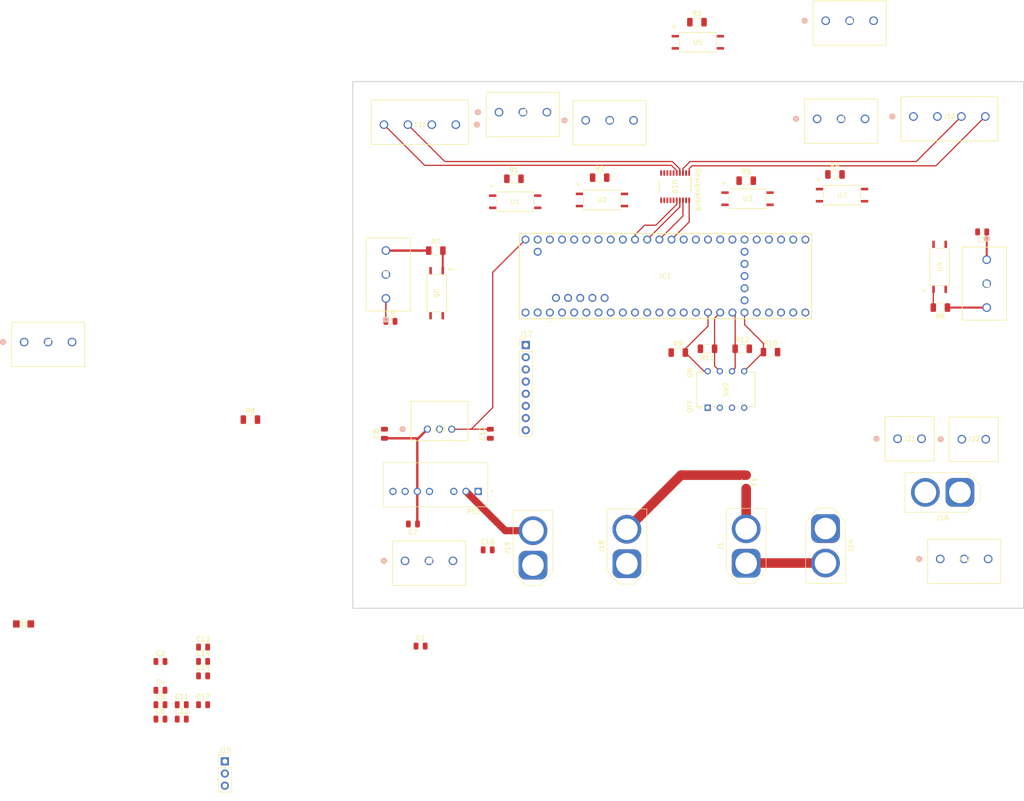
<source format=kicad_pcb>
(kicad_pcb (version 20240108) (generator "pcbnew") (generator_version "8.0")
  (layers (0 "F.Cu" signal) (31 "B.Cu" signal) (34 "B.Paste" user) (35 "F.Paste" user) (36 "B.SilkS" user "B.Silkscreen") (37 "F.SilkS" user "F.Silkscreen") (38 "B.Mask" user) (39 "F.Mask" user) (44 "Edge.Cuts" user))
  (net 0 "")
  (net 1 "+12V")
  (net 2 "GND")
  (net 3 "+5V")
  (net 4 "+3.3V")
  (net 6 "Net-(D1-A)")
  (net 7 "Net-(J1-Pin_2)")
  (net 8 "Net-(J18-Pin_2)")
  (net 9 "LN5")
  (net 10 "LN6")
  (net 11 "OM1")
  (net 12 "OM2")
  (net 13 "OM3")
  (net 14 "OM4")
  (net 15 "OM5")
  (net 16 "OM7")
  (net 17 "OM6")
  (net 18 "LN2")
  (net 19 "LN1")
  (net 20 "LN4")
  (net 21 "LN3")
  (net 22 "Start")
  (net 23 "+48V")
  (net 25 "SCL")
  (net 26 "SDA")
  (net 30 "BDC22")
  (net 31 "BDC2")
  (net 32 "BDC11")
  (net 33 "BDC1")
  (net 37 "Net-(R1-Pad2)")
  (net 38 "Net-(R2-Pad2)")
  (net 39 "Net-(R3-Pad2)")
  (net 40 "Net-(R4-Pad2)")
  (net 41 "Net-(R5-Pad2)")
  (net 42 "Net-(R6-Pad2)")
  (net 43 "Net-(R7-Pad2)")
  (net 44 "DIP4")
  (net 45 "DIP1")
  (net 46 "DIP3")
  (net 47 "DIP2")
  (net 48 "LN4A")
  (net 49 "LN1A")
  (net 50 "LN3A")
  (net 51 "LN2A")
  (net 52 "Net-(J1-Pin_1)")
  (net 61 "Dis4")
  (net 68 "Dis1")
  (net 70 "Dis2")
  (net 74 "Dis5")
  (net 85 "Dis3")
  (net 88 "Dis7")
  (net 89 "Dis6")
  (footprint "askibidi:12vConvertor" (layer "F.Cu") (at 151.76 113.7 180)
    (property "Reference" "PS1" (at -7.975 -5.635 360) (layer "F.SilkS"))
    (property "Value" "RSO-4812S_H2")
    (pad "1" thru_hole rect (at -8.9 -1.4 180) (size 1.508 1.508) (drill 1) (layers "*.Cu" "*.Mask") (net 2 "GND"))
    (pad "2" thru_hole circle (at -6.36 -1.4 180) (size 1.508 1.508) (drill 1) (layers "*.Cu" "*.Mask") (net 23 "+48V"))
    (pad "3" thru_hole circle (at -3.82 -1.4 180) (size 1.508 1.508) (drill 1) (layers "*.Cu" "*.Mask"))
    (pad "5" thru_hole circle (at 1.26 -1.4 180) (size 1.508 1.508) (drill 1) (layers "*.Cu" "*.Mask"))
    (pad "6" thru_hole circle (at 3.8 -1.4 180) (size 1.508 1.508) (drill 1) (layers "*.Cu" "*.Mask") (net 1 "+12V"))
    (pad "7" thru_hole circle (at 6.34 -1.4 180) (size 1.508 1.508) (drill 1) (layers "*.Cu" "*.Mask") (net 2 "GND"))
    (pad "8" thru_hole circle (at 8.88 -1.4 180) (size 1.508 1.508) (drill 1) (layers "*.Cu" "*.Mask"))
  )
  (footprint "Capacitor_SMD:C_1206_3216Metric" (layer "F.Cu") (at 186.027 49.56)
    (property "Reference" "R2" (at 0 -1.85 0) (layer "F.SilkS"))
    (property "Value" "500ohm")
    (pad "1" smd roundrect (at -1.475 0) (size 1.15 1.8) (layers "F.Cu" "F.Paste" "F.Mask") (roundrect_rratio 0.217391) (net 12 "OM2"))
    (pad "2" smd roundrect (at 1.475 0) (size 1.15 1.8) (layers "F.Cu" "F.Paste" "F.Mask") (roundrect_rratio 0.217391) (net 38 "Net-(R2-Pad2)"))
  )
  (footprint "askibidi:optocoupler" (layer "F.Cu") (at 152 73.700001 -90)
    (property "Reference" "U6" (at 0 0 -90) (layer "F.SilkS"))
    (property "Value" "LTV-827S")
    (fp_text user "*" (at -4.953 -2.9464 -90) (layer "F.SilkS"))
    (fp_text user "*" (at -4.953 -2.9464 90) (layer "F.SilkS"))
    (pad "1" smd rect (at -4.699 -1.27 270) (size 1.524 0.5334) (layers "F.Cu" "F.Paste" "F.Mask") (net 43 "Net-(R7-Pad2)"))
    (pad "2" smd rect (at -4.699 1.27 270) (size 1.524 0.5334) (layers "F.Cu" "F.Paste" "F.Mask") (net 2 "GND"))
    (pad "3" smd rect (at 4.699 1.27 270) (size 1.524 0.5334) (layers "F.Cu" "F.Paste" "F.Mask"))
    (pad "4" smd rect (at 4.699 -1.27 270) (size 1.524 0.5334) (layers "F.Cu" "F.Paste" "F.Mask"))
  )
  (footprint "Connector_PinHeader_2.54mm:PinHeader_1x03_P2.54mm_Vertical" (layer "F.Cu") (at 107.8 171.474999)
    (property "Reference" "J15" (at 0 -2.33 0) (layer "F.SilkS"))
    (property "Value" "Conn_01x03_Pin")
    (pad "1" thru_hole rect (at 0 0) (size 1.7 1.7) (drill 1) (layers "*.Cu" "*.Mask") (net 22 "Start"))
    (pad "2" thru_hole oval (at 0 2.54) (size 1.7 1.7) (drill 1) (layers "*.Cu" "*.Mask") (net 4 "+3.3V"))
    (pad "3" thru_hole oval (at 0 5.08) (size 1.7 1.7) (drill 1) (layers "*.Cu" "*.Mask") (net 2 "GND"))
  )
  (footprint "Capacitor_SMD:C_1206_3216Metric" (layer "F.Cu") (at 168.125 49.8)
    (property "Reference" "R1" (at 0 -1.85 0) (layer "F.SilkS"))
    (property "Value" "500ohm")
    (pad "1" smd roundrect (at -1.475 0) (size 1.15 1.8) (layers "F.Cu" "F.Paste" "F.Mask") (roundrect_rratio 0.217391) (net 11 "OM1"))
    (pad "2" smd roundrect (at 1.475 0) (size 1.15 1.8) (layers "F.Cu" "F.Paste" "F.Mask") (roundrect_rratio 0.217391) (net 37 "Net-(R1-Pad2)"))
  )
  (footprint "askibidi:optocoupler" (layer "F.Cu") (at 206.501 21.3)
    (property "Reference" "U5" (at 0 0 0) (layer "F.SilkS"))
    (property "Value" "LTV-827S")
    (fp_text user "*" (at -4.953 -2.9464 0) (layer "F.SilkS"))
    (fp_text user "*" (at -4.953 -2.9464 0) (layer "F.SilkS"))
    (pad "1" smd rect (at -4.699 -1.27) (size 1.524 0.5334) (layers "F.Cu" "F.Paste" "F.Mask") (net 39 "Net-(R3-Pad2)"))
    (pad "2" smd rect (at -4.699 1.27) (size 1.524 0.5334) (layers "F.Cu" "F.Paste" "F.Mask") (net 2 "GND"))
    (pad "3" smd rect (at 4.699 1.27) (size 1.524 0.5334) (layers "F.Cu" "F.Paste" "F.Mask"))
    (pad "4" smd rect (at 4.699 -1.27) (size 1.524 0.5334) (layers "F.Cu" "F.Paste" "F.Mask"))
  )
  (footprint "Capacitor_SMD:C_0805_2012Metric" (layer "F.Cu") (at 103.25 147.594999)
    (property "Reference" "C13" (at 0 -1.68 0) (layer "F.SilkS"))
    (property "Value" "0.1uF")
    (pad "1" smd roundrect (at -0.95 0) (size 1 1.45) (layers "F.Cu" "F.Paste" "F.Mask") (net 2 "GND"))
    (pad "2" smd roundrect (at 0.95 0) (size 1 1.45) (layers "F.Cu" "F.Paste" "F.Mask") (net 4 "+3.3V"))
  )
  (footprint "askibidi:Screwterminal2" (layer "F.Cu") (at 248.2 104.1)
    (property "Reference" "J21" (at 2.5 0 0) (layer "F.SilkS"))
    (property "Value" "Motor1")
    (pad "1" thru_hole circle (at 0 0) (size 1.8034 1.8034) (drill 1.2954) (layers "*.Cu" "*.Mask") (net 31 "BDC2"))
    (pad "2" thru_hole circle (at 5 0) (size 1.8034 1.8034) (drill 1.2954) (layers "*.Cu" "*.Mask") (net 30 "BDC22"))
  )
  (footprint "Capacitor_SMD:C_1206_3216Metric" (layer "F.Cu") (at 113.125 100.1)
    (property "Reference" "R8" (at 0 -1.85 0) (layer "F.SilkS"))
    (property "Value" "500ohm")
    (pad "1" smd roundrect (at -1.475 0) (size 1.15 1.8) (layers "F.Cu" "F.Paste" "F.Mask") (roundrect_rratio 0.217391) (net 6 "Net-(D1-A)"))
    (pad "2" smd roundrect (at 1.475 0) (size 1.15 1.8) (layers "F.Cu" "F.Paste" "F.Mask") (roundrect_rratio 0.217391) (net 3 "+5V"))
  )
  (footprint "Connector_AMASS:AMASS_XT60-F_1x02_P7.20mm_Vertical" (layer "F.Cu") (at 216.6 130.1 90)
    (property "Reference" "J1" (at 3.6 -5.3 90) (layer "F.SilkS"))
    (property "Value" "Conn_01x02_Pin")
    (pad "1" thru_hole roundrect (at 0 0 90) (size 6 6) (drill 4.5) (layers "*.Cu" "*.Mask") (net 52 "Net-(J1-Pin_1)"))
    (pad "2" thru_hole circle (at 7.2 0 90) (size 6 6) (drill 4.5) (layers "*.Cu" "*.Mask") (net 7 "Net-(J1-Pin_2)"))
  )
  (footprint "askibidi:Screwterimanl3" (layer "F.Cu") (at 141.4 74.795101 90)
    (property "Reference" "J8" (at 5 0 90) (layer "F.SilkS"))
    (property "Value" "Screw_Terminal_01x03")
    (pad "1" thru_hole circle (at 0 0 90) (size 1.8034 1.8034) (drill 1.2954) (layers "*.Cu" "*.Mask") (net 1 "+12V"))
    (pad "2" thru_hole circle (at 5 0 90) (size 1.8034 1.8034) (drill 1.2954) (layers "*.Cu" "*.Mask") (net 2 "GND"))
    (pad "3" thru_hole circle (at 10 0 90) (size 1.8034 1.8034) (drill 1.2954) (layers "*.Cu" "*.Mask") (net 16 "OM7"))
  )
  (footprint "Capacitor_SMD:C_0805_2012Metric" (layer "F.Cu") (at 141.1 103.05 90)
    (property "Reference" "C8" (at 0 -1.68 90) (layer "F.SilkS"))
    (property "Value" "0.1uF")
    (pad "1" smd roundrect (at -0.95 0 90) (size 1 1.45) (layers "F.Cu" "F.Paste" "F.Mask") (net 1 "+12V"))
    (pad "2" smd roundrect (at 0.95 0 90) (size 1 1.45) (layers "F.Cu" "F.Paste" "F.Mask") (net 2 "GND"))
  )
  (footprint "Connector_AMASS:AMASS_XT60-F_1x02_P7.20mm_Vertical" (layer "F.Cu") (at 261.2 115.3 180)
    (property "Reference" "J16" (at 3.6 -5.3 360) (layer "F.SilkS"))
    (property "Value" "Conn_01x02_Pin")
    (pad "1" thru_hole roundrect (at 0 0 180) (size 6 6) (drill 4.5) (layers "*.Cu" "*.Mask") (net 2 "GND"))
    (pad "2" thru_hole circle (at 7.2 0 180) (size 6 6) (drill 4.5) (layers "*.Cu" "*.Mask") (net 23 "+48V"))
  )
  (footprint "askibidi:5vregulator" (layer "F.Cu") (at 150.0649 102.099501)
    (property "Reference" "J13" (at 2.54 0 0) (layer "F.SilkS"))
    (property "Value" "P78E05-1000")
    (pad "1" thru_hole circle (at 0 0) (size 1.4986 1.4986) (drill 0.9906) (layers "*.Cu" "*.Mask") (net 1 "+12V"))
    (pad "2" thru_hole circle (at 2.54 0) (size 1.4986 1.4986) (drill 0.9906) (layers "*.Cu" "*.Mask") (net 2 "GND"))
    (pad "3" thru_hole circle (at 5.08 0) (size 1.4986 1.4986) (drill 0.9906) (layers "*.Cu" "*.Mask") (net 3 "+5V"))
  )
  (footprint "askibidi:Screwterimanl3" (layer "F.Cu") (at 257.1 129.2)
    (property "Reference" "J12" (at 5 0 0) (layer "F.SilkS"))
    (property "Value" "Screw_Terminal_01x03")
    (pad "1" thru_hole circle (at 0 0) (size 1.8034 1.8034) (drill 1.2954) (layers "*.Cu" "*.Mask") (net 2 "GND"))
    (pad "2" thru_hole circle (at 5 0) (size 1.8034 1.8034) (drill 1.2954) (layers "*.Cu" "*.Mask") (net 4 "+3.3V"))
    (pad "3" thru_hole circle (at 10 0) (size 1.8034 1.8034) (drill 1.2954) (layers "*.Cu" "*.Mask") (net 9 "LN5"))
  )
  (footprint "askibidi:optocoupler" (layer "F.Cu") (at 168.4 54.6)
    (property "Reference" "U1" (at 0 0 0) (layer "F.SilkS"))
    (property "Value" "LTV-827S")
    (fp_text user "*" (at -4.953 -2.9464 0) (layer "F.SilkS"))
    (fp_text user "*" (at -4.953 -2.9464 0) (layer "F.SilkS"))
    (pad "1" smd rect (at -4.699 -1.27) (size 1.524 0.5334) (layers "F.Cu" "F.Paste" "F.Mask") (net 37 "Net-(R1-Pad2)"))
    (pad "2" smd rect (at -4.699 1.27) (size 1.524 0.5334) (layers "F.Cu" "F.Paste" "F.Mask") (net 2 "GND"))
    (pad "3" smd rect (at 4.699 1.27) (size 1.524 0.5334) (layers "F.Cu" "F.Paste" "F.Mask"))
    (pad "4" smd rect (at 4.699 -1.27) (size 1.524 0.5334) (layers "F.Cu" "F.Paste" "F.Mask"))
  )
  (footprint "askibidi:LED" (layer "F.Cu") (at 65.786199 142.7683)
    (property "Reference" "D1" (at 0 0 0) (layer "F.SilkS"))
    (property "Value" "LED")
    (pad "1" smd rect (at -1.5 0) (size 1.399999 1.5) (layers "F.Cu" "F.Paste" "F.Mask") (net 2 "GND"))
    (pad "2" smd rect (at 1.5 0) (size 1.399999 1.5) (layers "F.Cu" "F.Paste" "F.Mask") (net 6 "Net-(D1-A)"))
  )
  (footprint "Connector_AMASS:AMASS_XT60-F_1x02_P7.20mm_Vertical" (layer "F.Cu") (at 191.7 130.2 90)
    (property "Reference" "J18" (at 3.6 -5.3 90) (layer "F.SilkS"))
    (property "Value" "Conn_01x02_Pin")
    (pad "1" thru_hole roundrect (at 0 0 90) (size 6 6) (drill 4.5) (layers "*.Cu" "*.Mask") (net 2 "GND"))
    (pad "2" thru_hole circle (at 7.2 0 90) (size 6 6) (drill 4.5) (layers "*.Cu" "*.Mask") (net 8 "Net-(J18-Pin_2)"))
  )
  (footprint "askibidi:Screwterimanl3" (layer "F.Cu") (at 183.1 37.6)
    (property "Reference" "J4" (at 5 0 0) (layer "F.SilkS"))
    (property "Value" "Screw_Terminal_01x03")
    (pad "1" thru_hole circle (at 0 0) (size 1.8034 1.8034) (drill 1.2954) (layers "*.Cu" "*.Mask") (net 1 "+12V"))
    (pad "2" thru_hole circle (at 5 0) (size 1.8034 1.8034) (drill 1.2954) (layers "*.Cu" "*.Mask") (net 2 "GND"))
    (pad "3" thru_hole circle (at 10 0) (size 1.8034 1.8034) (drill 1.2954) (layers "*.Cu" "*.Mask") (net 12 "OM2"))
  )
  (footprint "Capacitor_SMD:C_0805_2012Metric" (layer "F.Cu") (at 142.35 79.581101)
    (property "Reference" "C9" (at 0 -1.68 0) (layer "F.SilkS"))
    (property "Value" "0.1uF")
    (pad "1" smd roundrect (at -0.95 0) (size 1 1.45) (layers "F.Cu" "F.Paste" "F.Mask") (net 1 "+12V"))
    (pad "2" smd roundrect (at 0.95 0) (size 1 1.45) (layers "F.Cu" "F.Paste" "F.Mask") (net 2 "GND"))
  )
  (footprint "askibidi:AnotherTeensy" (layer "F.Cu") (at 175.62 77.74)
    (property "Reference" "IC1" (at 24.13 -7.62 0) (layer "F.SilkS"))
    (property "Value" "TEENSY_4.1")
    (pad "1" thru_hole circle (at 0 0) (size 1.665 1.665) (drill 1.11) (layers "*.Cu" "*.Mask"))
    (pad "2" thru_hole circle (at 2.54 0) (size 1.665 1.665) (drill 1.11) (layers "*.Cu" "*.Mask") (net 68 "Dis1"))
    (pad "3" thru_hole circle (at 5.08 0) (size 1.665 1.665) (drill 1.11) (layers "*.Cu" "*.Mask") (net 70 "Dis2"))
    (pad "4" thru_hole circle (at 7.62 0) (size 1.665 1.665) (drill 1.11) (layers "*.Cu" "*.Mask") (net 85 "Dis3"))
    (pad "5" thru_hole circle (at 10.16 0) (size 1.665 1.665) (drill 1.11) (layers "*.Cu" "*.Mask") (net 61 "Dis4"))
    (pad "6" thru_hole circle (at 12.7 0) (size 1.665 1.665) (drill 1.11) (layers "*.Cu" "*.Mask") (net 74 "Dis5"))
    (pad "7" thru_hole circle (at 15.24 0) (size 1.665 1.665) (drill 1.11) (layers "*.Cu" "*.Mask"))
    (pad "8" thru_hole circle (at 17.78 0) (size 1.665 1.665) (drill 1.11) (layers "*.Cu" "*.Mask"))
    (pad "9" thru_hole circle (at 20.32 0) (size 1.665 1.665) (drill 1.11) (layers "*.Cu" "*.Mask") (net 89 "Dis6"))
    (pad "10" thru_hole circle (at 22.86 0) (size 1.665 1.665) (drill 1.11) (layers "*.Cu" "*.Mask") (net 88 "Dis7"))
    (pad "11" thru_hole circle (at 25.4 0) (size 1.665 1.665) (drill 1.11) (layers "*.Cu" "*.Mask") (net 33 "BDC1"))
    (pad "12" thru_hole circle (at 27.94 0) (size 1.665 1.665) (drill 1.11) (layers "*.Cu" "*.Mask") (net 32 "BDC11"))
    (pad "13" thru_hole circle (at 27.94 -15.24) (size 1.665 1.665) (drill 1.11) (layers "*.Cu" "*.Mask") (net 22 "Start"))
    (pad "14" thru_hole circle (at 25.4 -15.24) (size 1.665 1.665) (drill 1.11) (layers "*.Cu" "*.Mask") (net 49 "LN1A"))
    (pad "15" thru_hole circle (at 22.86 -15.24) (size 1.665 1.665) (drill 1.11) (layers "*.Cu" "*.Mask") (net 51 "LN2A"))
    (pad "16" thru_hole circle (at 20.32 -15.24) (size 1.665 1.665) (drill 1.11) (layers "*.Cu" "*.Mask") (net 50 "LN3A"))
    (pad "17" thru_hole circle (at 17.78 -15.24) (size 1.665 1.665) (drill 1.11) (layers "*.Cu" "*.Mask") (net 48 "LN4A"))
    (pad "18" thru_hole circle (at 15.24 -15.24) (size 1.665 1.665) (drill 1.11) (layers "*.Cu" "*.Mask") (net 9 "LN5"))
    (pad "19" thru_hole circle (at 12.7 -15.24) (size 1.665 1.665) (drill 1.11) (layers "*.Cu" "*.Mask") (net 10 "LN6"))
    (pad "20" thru_hole circle (at 10.16 -15.24) (size 1.665 1.665) (drill 1.11) (layers "*.Cu" "*.Mask"))
    (pad "21" thru_hole circle (at 7.62 -15.24) (size 1.665 1.665) (drill 1.11) (layers "*.Cu" "*.Mask"))
    (pad "22" thru_hole circle (at 5.08 -15.24) (size 1.665 1.665) (drill 1.11) (layers "*.Cu" "*.Mask") (net 26 "SDA"))
    (pad "23" thru_hole circle (at 2.54 -15.24) (size 1.665 1.665) (drill 1.11) (layers "*.Cu" "*.Mask") (net 25 "SCL"))
    (pad "24" thru_hole circle (at 33.02 0) (size 1.665 1.665) (drill 1.11) (layers "*.Cu" "*.Mask") (net 45 "DIP1"))
    (pad "25" thru_hole circle (at 35.56 0) (size 1.665 1.665) (drill 1.11) (layers "*.Cu" "*.Mask") (net 47 "DIP2"))
    (pad "26" thru_hole circle (at 38.1 0) (size 1.665 1.665) (drill 1.11) (layers "*.Cu" "*.Mask") (net 46 "DIP3"))
    (pad "27" thru_hole circle (at 40.64 0) (size 1.665 1.665) (drill 1.11) (layers "*.Cu" "*.Mask") (net 44 "DIP4"))
    (pad "28" thru_hole circle (at 43.18 0) (size 1.665 1.665) (drill 1.11) (layers "*.Cu" "*.Mask"))
    (pad "29" thru_hole circle (at 45.72 0) (size 1.665 1.665) (drill 1.11) (layers "*.Cu" "*.Mask"))
    (pad "30" thru_hole circle (at 48.26 0) (size 1.665 1.665) (drill 1.11) (layers "*.Cu" "*.Mask"))
    (pad "31" thru_hole circle (at 50.8 0) (size 1.665 1.665) (drill 1.11) (layers "*.Cu" "*.Mask"))
    (pad "32" thru_hole circle (at 53.34 0) (size 1.665 1.665) (drill 1.11) (layers "*.Cu" "*.Mask"))
    (pad "33" thru_hole circle (at 53.34 -15.24) (size 1.665 1.665) (drill 1.11) (layers "*.Cu" "*.Mask"))
    (pad "34" thru_hole circle (at 50.8 -15.24) (size 1.665 1.665) (drill 1.11) (layers "*.Cu" "*.Mask"))
    (pad "35" thru_hole circle (at 48.26 -15.24) (size 1.665 1.665) (drill 1.11) (layers "*.Cu" "*.Mask"))
    (pad "36" thru_hole circle (at 45.72 -15.24) (size 1.665 1.665) (drill 1.11) (layers "*.Cu" "*.Mask") (net 30 "BDC22"))
    (pad "37" thru_hole circle (at 43.18 -15.24) (size 1.665 1.665) (drill 1.11) (layers "*.Cu" "*.Mask") (net 31 "BDC2"))
    (pad "38" thru_hole circle (at 40.64 -15.24) (size 1.665 1.665) (drill 1.11) (layers "*.Cu" "*.Mask"))
    (pad "39" thru_hole circle (at 38.1 -15.24) (size 1.665 1.665) (drill 1.11) (layers "*.Cu" "*.Mask"))
    (pad "40" thru_hole circle (at 35.56 -15.24) (size 1.665 1.665) (drill 1.11) (layers "*.Cu" "*.Mask"))
    (pad "41" thru_hole circle (at 33.02 -15.24) (size 1.665 1.665) (drill 1.11) (layers "*.Cu" "*.Mask"))
    (pad "42" thru_hole circle (at 30.48 0) (size 1.665 1.665) (drill 1.11) (layers "*.Cu" "*.Mask"))
    (pad "43" thru_hole circle (at 40.64 -2.54) (size 1.665 1.665) (drill 1.11) (layers "*.Cu" "*.Mask"))
    (pad "44" thru_hole circle (at 40.64 -5.08) (size 1.665 1.665) (drill 1.11) (layers "*.Cu" "*.Mask"))
    (pad "45" thru_hole circle (at 40.64 -7.62) (size 1.665 1.665) (drill 1.11) (layers "*.Cu" "*.Mask"))
    (pad "46" thru_hole circle (at 40.64 -10.16) (size 1.665 1.665) (drill 1.11) (layers "*.Cu" "*.Mask"))
    (pad "47" thru_hole circle (at 40.64 -12.7) (size 1.665 1.665) (drill 1.11) (layers "*.Cu" "*.Mask"))
    (pad "48" thru_hole circle (at 11.43 -3.05) (size 1.665 1.665) (drill 1.11) (layers "*.Cu" "*.Mask"))
    (pad "49" thru_hole circle (at 8.89 -3.05) (size 1.665 1.665) (drill 1.11) (layers "*.Cu" "*.Mask"))
    (pad "50" thru_hole circle (at 6.35 -3.05) (size 1.665 1.665) (drill 1.11) (layers "*.Cu" "*.Mask"))
    (pad "51" thru_hole circle (at 3.81 -3.05) (size 1.665 1.665) (drill 1.11) (layers "*.Cu" "*.Mask"))
    (pad "52" thru_hole circle (at 1.27 -3.05) (size 1.665 1.665) (drill 1.11) (layers "*.Cu" "*.Mask"))
    (pad "53" thru_hole circle (at 0 -15.24) (size 1.665 1.665) (drill 1.11) (layers "*.Cu" "*.Mask") (net 4 "+3.3V"))
    (pad "55" thru_hole circle (at -5.08 -15.24) (size 1.665 1.665) (drill 1.11) (layers "*.Cu" "*.Mask") (net 3 "+5V"))
    (pad "57" thru_hole circle (at -2.54 0) (size 1.665 1.665) (drill 1.11) (layers "*.Cu" "*.Mask"))
    (pad "68" thru_hole circle (at -2.54 -12.7) (size 1.665 1.665) (drill 1.11) (layers "*.Cu" "*.Mask"))
    (pad "69" thru_hole circle (at 30.48 -15.24) (size 1.665 1.665) (drill 1.11) (layers "*.Cu" "*.Mask"))
    (pad "70" thru_hole circle (at -2.54 -15.24) (size 1.665 1.665) (drill 1.11) (layers "*.Cu" "*.Mask"))
    (pad "71" thru_hole circle (at -5.08 0) (size 1.665 1.665) (drill 1.11) (layers "*.Cu" "*.Mask"))
  )
  (footprint "Connector_AMASS:AMASS_XT60-F_1x02_P7.20mm_Vertical" (layer "F.Cu") (at 233.15 122.85 -90)
    (property "Reference" "J14" (at 3.6 -5.3 90) (layer "F.SilkS"))
    (property "Value" "Conn_01x02_Pin")
    (pad "1" thru_hole roundrect (at 0 0 270) (size 6 6) (drill 4.5) (layers "*.Cu" "*.Mask") (net 2 "GND"))
    (pad "2" thru_hole circle (at 7.2 0 270) (size 6 6) (drill 4.5) (layers "*.Cu" "*.Mask") (net 52 "Net-(J1-Pin_1)"))
  )
  (footprint "Capacitor_SMD:C_0805_2012Metric" (layer "F.Cu") (at 265.85 60.9 180)
    (property "Reference" "C3" (at 0 -1.68 360) (layer "F.SilkS"))
    (property "Value" "0.1uF")
    (pad "1" smd roundrect (at -0.95 0 180) (size 1 1.45) (layers "F.Cu" "F.Paste" "F.Mask") (net 1 "+12V"))
    (pad "2" smd roundrect (at 0.95 0 180) (size 1 1.45) (layers "F.Cu" "F.Paste" "F.Mask") (net 2 "GND"))
  )
  (footprint "Capacitor_SMD:C_0805_2012Metric" (layer "F.Cu") (at 147.05 121.9 180)
    (property "Reference" "C7" (at 0 -1.68 360) (layer "F.SilkS"))
    (property "Value" "0.1uF")
    (pad "1" smd roundrect (at -0.95 0 180) (size 1 1.45) (layers "F.Cu" "F.Paste" "F.Mask") (net 1 "+12V"))
    (pad "2" smd roundrect (at 0.95 0 180) (size 1 1.45) (layers "F.Cu" "F.Paste" "F.Mask") (net 2 "GND"))
  )
  (footprint "askibidi:optocoupler" (layer "F.Cu") (at 236.601 53.23)
    (property "Reference" "U7" (at 0 0 0) (layer "F.SilkS"))
    (property "Value" "LTV-827S")
    (fp_text user "*" (at -4.953 -2.9464 0) (layer "F.SilkS"))
    (fp_text user "*" (at -4.953 -2.9464 0) (layer "F.SilkS"))
    (pad "1" smd rect (at -4.699 -1.27) (size 1.524 0.5334) (layers "F.Cu" "F.Paste" "F.Mask") (net 40 "Net-(R4-Pad2)"))
    (pad "2" smd rect (at -4.699 1.27) (size 1.524 0.5334) (layers "F.Cu" "F.Paste" "F.Mask") (net 2 "GND"))
    (pad "3" smd rect (at 4.699 1.27) (size 1.524 0.5334) (layers "F.Cu" "F.Paste" "F.Mask"))
    (pad "4" smd rect (at 4.699 -1.27) (size 1.524 0.5334) (layers "F.Cu" "F.Paste" "F.Mask"))
  )
  (footprint "Capacitor_SMD:C_0805_2012Metric" (layer "F.Cu") (at 98.8 159.634999)
    (property "Reference" "C11" (at 0 -1.68 0) (layer "F.SilkS"))
    (property "Value" "0.1uF")
    (pad "1" smd roundrect (at -0.95 0) (size 1 1.45) (layers "F.Cu" "F.Paste" "F.Mask") (net 2 "GND"))
    (pad "2" smd roundrect (at 0.95 0) (size 1 1.45) (layers "F.Cu" "F.Paste" "F.Mask") (net 3 "+5V"))
  )
  (footprint "askibidi:Screwterimanl3" (layer "F.Cu") (at 145.4 129.6)
    (property "Reference" "J2" (at 5 0 0) (layer "F.SilkS"))
    (property "Value" "Screw_Terminal_01x03")
    (pad "1" thru_hole circle (at 0 0) (size 1.8034 1.8034) (drill 1.2954) (layers "*.Cu" "*.Mask") (net 2 "GND"))
    (pad "2" thru_hole circle (at 5 0) (size 1.8034 1.8034) (drill 1.2954) (layers "*.Cu" "*.Mask") (net 4 "+3.3V"))
    (pad "3" thru_hole circle (at 10 0) (size 1.8034 1.8034) (drill 1.2954) (layers "*.Cu" "*.Mask") (net 10 "LN6"))
  )
  (footprint "askibidi:optocoupler" (layer "F.Cu") (at 186.501 54.23)
    (property "Reference" "U2" (at 0 0 0) (layer "F.SilkS"))
    (property "Value" "LTV-827S")
    (fp_text user "*" (at -4.953 -2.9464 0) (layer "F.SilkS"))
    (fp_text user "*" (at -4.953 -2.9464 0) (layer "F.SilkS"))
    (pad "1" smd rect (at -4.699 -1.27) (size 1.524 0.5334) (layers "F.Cu" "F.Paste" "F.Mask") (net 38 "Net-(R2-Pad2)"))
    (pad "2" smd rect (at -4.699 1.27) (size 1.524 0.5334) (layers "F.Cu" "F.Paste" "F.Mask") (net 2 "GND"))
    (pad "3" smd rect (at 4.699 1.27) (size 1.524 0.5334) (layers "F.Cu" "F.Paste" "F.Mask"))
    (pad "4" smd rect (at 4.699 -1.27) (size 1.524 0.5334) (layers "F.Cu" "F.Paste" "F.Mask"))
  )
  (footprint "Capacitor_SMD:C_0805_2012Metric" (layer "F.Cu") (at 103.25 153.614999)
    (property "Reference" "C15" (at 0 -1.68 0) (layer "F.SilkS"))
    (property "Value" "0.1uF")
    (pad "1" smd roundrect (at -0.95 0) (size 1 1.45) (layers "F.Cu" "F.Paste" "F.Mask") (net 2 "GND"))
    (pad "2" smd roundrect (at 0.95 0) (size 1 1.45) (layers "F.Cu" "F.Paste" "F.Mask") (net 4 "+3.3V"))
  )
  (footprint "askibidi:Screwterimanl3" (layer "F.Cu") (at 231.4 37.3)
    (property "Reference" "J6" (at 5 0 0) (layer "F.SilkS"))
    (property "Value" "Screw_Terminal_01x03")
    (pad "1" thru_hole circle (at 0 0) (size 1.8034 1.8034) (drill 1.2954) (layers "*.Cu" "*.Mask") (net 1 "+12V"))
    (pad "2" thru_hole circle (at 5 0) (size 1.8034 1.8034) (drill 1.2954) (layers "*.Cu" "*.Mask") (net 2 "GND"))
    (pad "3" thru_hole circle (at 10 0) (size 1.8034 1.8034) (drill 1.2954) (layers "*.Cu" "*.Mask") (net 14 "OM4"))
  )
  (footprint "askibidi:Screwterimal4" (layer "F.Cu") (at 251.5049 36.8)
    (property "Reference" "J10" (at 7.5 0 0) (layer "F.SilkS"))
    (property "Value" "Screw_Terminal_01x04")
    (pad "1" thru_hole circle (at 0 0) (size 1.8034 1.8034) (drill 1.2954) (layers "*.Cu" "*.Mask") (net 2 "GND"))
    (pad "2" thru_hole circle (at 5 0) (size 1.8034 1.8034) (drill 1.2954) (layers "*.Cu" "*.Mask") (net 3 "+5V"))
    (pad "3" thru_hole circle (at 10 0) (size 1.8034 1.8034) (drill 1.2954) (layers "*.Cu" "*.Mask") (net 18 "LN2"))
    (pad "4" thru_hole circle (at 15.000001 0) (size 1.8034 1.8034) (drill 1.2954) (layers "*.Cu" "*.Mask") (net 19 "LN1"))
  )
  (footprint "Capacitor_SMD:C_0805_2012Metric" (layer "F.Cu") (at 148.65 147.4)
    (property "Reference" "C1" (at 0 -1.68 0) (layer "F.SilkS"))
    (property "Value" "10uF")
    (pad "1" smd roundrect (at -0.95 0) (size 1 1.45) (layers "F.Cu" "F.Paste" "F.Mask") (net 2 "GND"))
    (pad "2" smd roundrect (at 0.95 0) (size 1 1.45) (layers "F.Cu" "F.Paste" "F.Mask") (net 1 "+12V"))
  )
  (footprint "Capacitor_SMD:C_0805_2012Metric" (layer "F.Cu") (at 94.35 159.634999)
    (property "Reference" "C5" (at 0 -1.68 0) (layer "F.SilkS"))
    (property "Value" "0.1uF")
    (pad "1" smd roundrect (at -0.95 0) (size 1 1.45) (layers "F.Cu" "F.Paste" "F.Mask") (net 1 "+12V"))
    (pad "2" smd roundrect (at 0.95 0) (size 1 1.45) (layers "F.Cu" "F.Paste" "F.Mask") (net 2 "GND"))
  )
  (footprint "askibidi:levelshifter" (layer "F.Cu") (at 201.775 51.449999 -90)
    (property "Reference" "U10" (at 0 0 -90) (layer "F.SilkS"))
    (property "Value" "TXB0108PWR")
    (fp_text user "Designator9" (at 0.650001 -4.825 -90) (layer "F.SilkS"))
    (pad "1" smd oval (at -2.849999 -2.925) (size 0.399999 1.2) (layers "F.Cu" "F.Paste" "F.Mask") (net 19 "LN1"))
    (pad "2" smd oval (at -2.849999 -2.274999) (size 0.399999 1.2) (layers "F.Cu" "F.Paste" "F.Mask") (net 3 "+5V"))
    (pad "3" smd oval (at -2.849999 -1.625001) (size 0.399999 1.2) (layers "F.Cu" "F.Paste" "F.Mask") (net 18 "LN2"))
    (pad "4" smd oval (at -2.849999 -0.974999) (size 0.399999 1.2) (layers "F.Cu" "F.Paste" "F.Mask") (net 21 "LN3"))
    (pad "5" smd oval (at -2.849999 -0.325001) (size 0.399999 1.2) (layers "F.Cu" "F.Paste" "F.Mask") (net 20 "LN4"))
    (pad "6" smd oval (at -2.849999 0.325001) (size 0.399999 1.2) (layers "F.Cu" "F.Paste" "F.Mask"))
    (pad "7" smd oval (at -2.849999 0.974999) (size 0.399999 1.2) (layers "F.Cu" "F.Paste" "F.Mask"))
    (pad "8" smd oval (at -2.849999 1.625001) (size 0.399999 1.2) (layers "F.Cu" "F.Paste" "F.Mask"))
    (pad "9" smd oval (at -2.849999 2.274999) (size 0.399999 1.2) (layers "F.Cu" "F.Paste" "F.Mask"))
    (pad "10" smd oval (at -2.849999 2.925) (size 0.399999 1.2) (layers "F.Cu" "F.Paste" "F.Mask") (net 3 "+5V"))
    (pad "11" smd oval (at 2.849999 2.925) (size 0.399999 1.2) (layers "F.Cu" "F.Paste" "F.Mask") (net 2 "GND"))
    (pad "12" smd oval (at 2.849999 2.274999) (size 0.399999 1.2) (layers "F.Cu" "F.Paste" "F.Mask"))
    (pad "13" smd oval (at 2.849999 1.625001) (size 0.399999 1.2) (layers "F.Cu" "F.Paste" "F.Mask"))
    (pad "14" smd oval (at 2.849999 0.974999) (size 0.399999 1.2) (layers "F.Cu" "F.Paste" "F.Mask"))
    (pad "15" smd oval (at 2.849999 0.325001) (size 0.399999 1.2) (layers "F.Cu" "F.Paste" "F.Mask"))
    (pad "16" smd oval (at 2.849999 -0.325001) (size 0.399999 1.2) (layers "F.Cu" "F.Paste" "F.Mask") (net 48 "LN4A"))
    (pad "17" smd oval (at 2.849999 -0.974999) (size 0.399999 1.2) (layers "F.Cu" "F.Paste" "F.Mask") (net 50 "LN3A"))
    (pad "18" smd oval (at 2.849999 -1.625001) (size 0.399999 1.2) (layers "F.Cu" "F.Paste" "F.Mask") (net 51 "LN2A"))
    (pad "19" smd oval (at 2.849999 -2.274999) (size 0.399999 1.2) (layers "F.Cu" "F.Paste" "F.Mask") (net 4 "+3.3V"))
    (pad "20" smd oval (at 2.849999 -2.925) (size 0.399999 1.2) (layers "F.Cu" "F.Paste" "F.Mask") (net 49 "LN1A"))
  )
  (footprint "Capacitor_SMD:C_0805_2012Metric" (layer "F.Cu") (at 98.8 162.644999)
    (property "Reference" "C12" (at 0 -1.68 0) (layer "F.SilkS"))
    (property "Value" "0.1uF")
    (pad "1" smd roundrect (at -0.95 0) (size 1 1.45) (layers "F.Cu" "F.Paste" "F.Mask") (net 2 "GND"))
    (pad "2" smd roundrect (at 0.95 0) (size 1 1.45) (layers "F.Cu" "F.Paste" "F.Mask") (net 4 "+3.3V"))
  )
  (footprint "askibidi:Screwterimanl3" (layer "F.Cu") (at 233.2 16.8)
    (property "Reference" "J5" (at 5 0 0) (layer "F.SilkS"))
    (property "Value" "Screw_Terminal_01x03")
    (pad "1" thru_hole circle (at 0 0) (size 1.8034 1.8034) (drill 1.2954) (layers "*.Cu" "*.Mask") (net 1 "+12V"))
    (pad "2" thru_hole circle (at 5 0) (size 1.8034 1.8034) (drill 1.2954) (layers "*.Cu" "*.Mask") (net 2 "GND"))
    (pad "3" thru_hole circle (at 10 0) (size 1.8034 1.8034) (drill 1.2954) (layers "*.Cu" "*.Mask") (net 13 "OM3"))
  )
  (footprint "askibidi:Screwterimanl3" (layer "F.Cu") (at 266.8 66.7 -90)
    (property "Reference" "J9" (at 5 0 -90) (layer "F.SilkS"))
    (property "Value" "Screw_Terminal_01x03")
    (pad "1" thru_hole circle (at 0 0 270) (size 1.8034 1.8034) (drill 1.2954) (layers "*.Cu" "*.Mask") (net 1 "+12V"))
    (pad "2" thru_hole circle (at 5 0 270) (size 1.8034 1.8034) (drill 1.2954) (layers "*.Cu" "*.Mask") (net 2 "GND"))
    (pad "3" thru_hole circle (at 10 0 270) (size 1.8034 1.8034) (drill 1.2954) (layers "*.Cu" "*.Mask") (net 17 "OM6"))
  )
  (footprint "Capacitor_SMD:C_1206_3216Metric" (layer "F.Cu") (at 208.525 85.3 180)
    (property "Reference" "R11" (at 0 -1.85 360) (layer "F.SilkS"))
    (property "Value" "10k")
    (pad "1" smd roundrect (at -1.475 0 180) (size 1.15 1.8) (layers "F.Cu" "F.Paste" "F.Mask") (roundrect_rratio 0.217391) (net 47 "DIP2"))
    (pad "2" smd roundrect (at 1.475 0 180) (size 1.15 1.8) (layers "F.Cu" "F.Paste" "F.Mask") (roundrect_rratio 0.217391) (net 2 "GND"))
  )
  (footprint "Capacitor_SMD:C_0805_2012Metric" (layer "F.Cu") (at 162.65 127.3)
    (property "Reference" "C16" (at 0 -1.68 0) (layer "F.SilkS"))
    (property "Value" "10uF")
    (pad "1" smd roundrect (at -0.95 0) (size 1 1.45) (layers "F.Cu" "F.Paste" "F.Mask") (net 2 "GND"))
    (pad "2" smd roundrect (at 0.95 0) (size 1 1.45) (layers "F.Cu" "F.Paste" "F.Mask"))
  )
  (footprint "askibidi:optocoupler" (layer "F.Cu") (at 216.876 53.97)
    (property "Reference" "U3" (at 0 0 0) (layer "F.SilkS"))
    (property "Value" "LTV-827S")
    (fp_text user "*" (at -4.953 -2.9464 0) (layer "F.SilkS"))
    (fp_text user "*" (at -4.953 -2.9464 0) (layer "F.SilkS"))
    (pad "1" smd rect (at -4.699 -1.27) (size 1.524 0.5334) (layers "F.Cu" "F.Paste" "F.Mask") (net 41 "Net-(R5-Pad2)"))
    (pad "2" smd rect (at -4.699 1.27) (size 1.524 0.5334) (layers "F.Cu" "F.Paste" "F.Mask") (net 2 "GND"))
    (pad "3" smd rect (at 4.699 1.27) (size 1.524 0.5334) (layers "F.Cu" "F.Paste" "F.Mask"))
    (pad "4" smd rect (at 4.699 -1.27) (size 1.524 0.5334) (layers "F.Cu" "F.Paste" "F.Mask"))
  )
  (footprint "Capacitor_SMD:C_0805_2012Metric" (layer "F.Cu") (at 103.25 159.634999)
    (property "Reference" "C17" (at 0 -1.68 0) (layer "F.SilkS"))
    (property "Value" "22uF")
    (pad "1" smd roundrect (at -0.95 0) (size 1 1.45) (layers "F.Cu" "F.Paste" "F.Mask") (net 1 "+12V"))
    (pad "2" smd roundrect (at 0.95 0) (size 1 1.45) (layers "F.Cu" "F.Paste" "F.Mask") (net 2 "GND"))
  )
  (footprint "Capacitor_SMD:C_1206_3216Metric" (layer "F.Cu") (at 235.125 48.9)
    (property "Reference" "R4" (at 0 -1.85 0) (layer "F.SilkS"))
    (property "Value" "500ohm")
    (pad "1" smd roundrect (at -1.475 0) (size 1.15 1.8) (layers "F.Cu" "F.Paste" "F.Mask") (roundrect_rratio 0.217391) (net 14 "OM4"))
    (pad "2" smd roundrect (at 1.475 0) (size 1.15 1.8) (layers "F.Cu" "F.Paste" "F.Mask") (roundrect_rratio 0.217391) (net 40 "Net-(R4-Pad2)"))
  )
  (footprint "Capacitor_SMD:C_1206_3216Metric" (layer "F.Cu") (at 202.425 86.1)
    (property "Reference" "R9" (at 0 -1.85 360) (layer "F.SilkS"))
    (property "Value" "10k")
    (pad "1" smd roundrect (at -1.475 0) (size 1.15 1.8) (layers "F.Cu" "F.Paste" "F.Mask") (roundrect_rratio 0.217391) (net 2 "GND"))
    (pad "2" smd roundrect (at 1.475 0) (size 1.15 1.8) (layers "F.Cu" "F.Paste" "F.Mask") (roundrect_rratio 0.217391) (net 45 "DIP1"))
  )
  (footprint "Capacitor_SMD:C_1206_3216Metric" (layer "F.Cu") (at 215.775 85.3)
    (property "Reference" "R12" (at 0 -1.85 360) (layer "F.SilkS"))
    (property "Value" "10k")
    (pad "1" smd roundrect (at -1.475 0) (size 1.15 1.8) (layers "F.Cu" "F.Paste" "F.Mask") (roundrect_rratio 0.217391) (net 46 "DIP3"))
    (pad "2" smd roundrect (at 1.475 0) (size 1.15 1.8) (layers "F.Cu" "F.Paste" "F.Mask") (roundrect_rratio 0.217391) (net 2 "GND"))
  )
  (footprint "askibidi:Screwterimanl3" (layer "F.Cu") (at 65.9049 83.9)
    (property "Reference" "J7" (at 5 0 0) (layer "F.SilkS"))
    (property "Value" "Screw_Terminal_01x03")
    (pad "1" thru_hole circle (at 0 0) (size 1.8034 1.8034) (drill 1.2954) (layers "*.Cu" "*.Mask") (net 1 "+12V"))
    (pad "2" thru_hole circle (at 5 0) (size 1.8034 1.8034) (drill 1.2954) (layers "*.Cu" "*.Mask") (net 2 "GND"))
    (pad "3" thru_hole circle (at 10 0) (size 1.8034 1.8034) (drill 1.2954) (layers "*.Cu" "*.Mask") (net 15 "OM5"))
  )
  (footprint "Fuse:Fuse_1206_3216Metric" (layer "F.Cu") (at 216.6 113.1 -90)
    (property "Reference" "F1" (at 0 -1.82 90) (layer "F.SilkS"))
    (property "Value" "Fuse")
    (pad "1" smd roundrect (at -1.4 0 270) (size 1.25 1.75) (layers "F.Cu" "F.Paste" "F.Mask") (roundrect_rratio 0.2) (net 8 "Net-(J18-Pin_2)"))
    (pad "2" smd roundrect (at 1.4 0 270) (size 1.25 1.75) (layers "F.Cu" "F.Paste" "F.Mask") (roundrect_rratio 0.2) (net 7 "Net-(J1-Pin_2)"))
  )
  (footprint "Connector_AMASS:AMASS_XT60-F_1x02_P7.20mm_Vertical" (layer "F.Cu") (at 172.1 130.5 90)
    (property "Reference" "J19" (at 3.6 -5.3 90) (layer "F.SilkS"))
    (property "Value" "Conn_01x02_Pin")
    (pad "1" thru_hole roundrect (at 0 0 90) (size 6 6) (drill 4.5) (layers "*.Cu" "*.Mask") (net 2 "GND"))
    (pad "2" thru_hole circle (at 7.2 0 90) (size 6 6) (drill 4.5) (layers "*.Cu" "*.Mask") (net 23 "+48V"))
  )
  (footprint "Capacitor_SMD:C_1206_3216Metric" (layer "F.Cu") (at 216.6 50.2)
    (property "Reference" "R5" (at 0 -1.85 0) (layer "F.SilkS"))
    (property "Value" "500ohm")
    (pad "1" smd roundrect (at -1.475 0) (size 1.15 1.8) (layers "F.Cu" "F.Paste" "F.Mask") (roundrect_rratio 0.217391) (net 15 "OM5"))
    (pad "2" smd roundrect (at 1.475 0) (size 1.15 1.8) (layers "F.Cu" "F.Paste" "F.Mask") (roundrect_rratio 0.217391) (net 41 "Net-(R5-Pad2)"))
  )
  (footprint "askibidi:Dipshit" (layer "F.Cu") (at 208.56 97.62 90)
    (property "Reference" "SW2" (at 3.81 3.81 90) (layer "F.SilkS"))
    (property "Value" "210-4MS")
    (fp_text user "ON" (at 7.2898 -3.683 90) (layer "F.SilkS"))
    (fp_text user "OFF" (at 0.3302 -3.683 90) (layer "F.SilkS"))
    (fp_text user "*" (at 0 -1.4224 90) (layer "F.SilkS"))
    (fp_text user "*" (at 0 -1.4224 90) (layer "F.SilkS"))
    (pad "1" thru_hole rect (at 0 0 90) (size 1.3208 1.3208) (drill 0.8128) (layers "*.Cu" "*.Mask") (net 4 "+3.3V"))
    (pad "2" thru_hole circle (at 0 2.54 90) (size 1.3208 1.3208) (drill 0.8128) (layers "*.Cu" "*.Mask") (net 4 "+3.3V"))
    (pad "3" thru_hole circle (at 0 5.08 90) (size 1.3208 1.3208) (drill 0.8128) (layers "*.Cu" "*.Mask") (net 4 "+3.3V"))
    (pad "4" thru_hole circle (at 0 7.62 90) (size 1.3208 1.3208) (drill 0.8128) (layers "*.Cu" "*.Mask") (net 4 "+3.3V"))
    (pad "5" thru_hole circle (at 7.62 7.62 90) (size 1.3208 1.3208) (drill 0.8128) (layers "*.Cu" "*.Mask") (net 44 "DIP4"))
    (pad "6" thru_hole circle (at 7.62 5.08 90) (size 1.3208 1.3208) (drill 0.8128) (layers "*.Cu" "*.Mask") (net 46 "DIP3"))
    (pad "7" thru_hole circle (at 7.62 2.54 90) (size 1.3208 1.3208) (drill 0.8128) (layers "*.Cu" "*.Mask") (net 47 "DIP2"))
    (pad "8" thru_hole circle (at 7.62 0 90) (size 1.3208 1.3208) (drill 0.8128) (layers "*.Cu" "*.Mask") (net 45 "DIP1"))
  )
  (footprint "askibidi:optocoupler" (layer "F.Cu") (at 256.97 68.201 90)
    (property "Reference" "U4" (at 0 0 90) (layer "F.SilkS"))
    (property "Value" "LTV-827S")
    (fp_text user "*" (at -4.953 -2.9464 90) (layer "F.SilkS"))
    (fp_text user "*" (at -4.953 -2.9464 90) (layer "F.SilkS"))
    (pad "1" smd rect (at -4.699 -1.27 90) (size 1.524 0.5334) (layers "F.Cu" "F.Paste" "F.Mask") (net 42 "Net-(R6-Pad2)"))
    (pad "2" smd rect (at -4.699 1.27 90) (size 1.524 0.5334) (layers "F.Cu" "F.Paste" "F.Mask") (net 2 "GND"))
    (pad "3" smd rect (at 4.699 1.27 90) (size 1.524 0.5334) (layers "F.Cu" "F.Paste" "F.Mask"))
    (pad "4" smd rect (at 4.699 -1.27 90) (size 1.524 0.5334) (layers "F.Cu" "F.Paste" "F.Mask"))
  )
  (footprint "Capacitor_SMD:C_0805_2012Metric" (layer "F.Cu") (at 103.25 150.604999)
    (property "Reference" "C14" (at 0 -1.68 0) (layer "F.SilkS"))
    (property "Value" "0.1uF")
    (pad "1" smd roundrect (at -0.95 0) (size 1 1.45) (layers "F.Cu" "F.Paste" "F.Mask") (net 4 "+3.3V"))
    (pad "2" smd roundrect (at 0.95 0) (size 1 1.45) (layers "F.Cu" "F.Paste" "F.Mask") (net 2 "GND"))
  )
  (footprint "Connector_PinHeader_2.54mm:PinHeader_1x08_P2.54mm_Vertical" (layer "F.Cu") (at 170.6 84.54)
    (property "Reference" "J17" (at 0 -2.33 0) (layer "F.SilkS"))
    (property "Value" "Conn_01x08_Pin")
    (pad "1" thru_hole rect (at 0 0) (size 1.7 1.7) (drill 1) (layers "*.Cu" "*.Mask") (net 4 "+3.3V"))
    (pad "2" thru_hole oval (at 0 2.54) (size 1.7 1.7) (drill 1) (layers "*.Cu" "*.Mask") (net 2 "GND"))
    (pad "3" thru_hole oval (at 0 5.08) (size 1.7 1.7) (drill 1) (layers "*.Cu" "*.Mask") (net 25 "SCL"))
    (pad "4" thru_hole oval (at 0 7.62) (size 1.7 1.7) (drill 1) (layers "*.Cu" "*.Mask") (net 26 "SDA"))
    (pad "5" thru_hole oval (at 0 10.16) (size 1.7 1.7) (drill 1) (layers "*.Cu" "*.Mask"))
    (pad "6" thru_hole oval (at 0 12.7) (size 1.7 1.7) (drill 1) (layers "*.Cu" "*.Mask"))
    (pad "7" thru_hole oval (at 0 15.24) (size 1.7 1.7) (drill 1) (layers "*.Cu" "*.Mask"))
    (pad "8" thru_hole oval (at 0 17.78) (size 1.7 1.7) (drill 1) (layers "*.Cu" "*.Mask"))
  )
  (footprint "Capacitor_SMD:C_0805_2012Metric" (layer "F.Cu") (at 94.35 162.644999)
    (property "Reference" "C6" (at 0 -1.68 0) (layer "F.SilkS"))
    (property "Value" "0.1uF")
    (pad "1" smd roundrect (at -0.95 0) (size 1 1.45) (layers "F.Cu" "F.Paste" "F.Mask") (net 1 "+12V"))
    (pad "2" smd roundrect (at 0.95 0) (size 1 1.45) (layers "F.Cu" "F.Paste" "F.Mask") (net 2 "GND"))
  )
  (footprint "askibidi:Screwterimanl3" (layer "F.Cu") (at 165.0049 35.9)
    (property "Reference" "J3" (at 5 0 0) (layer "F.SilkS"))
    (property "Value" "Screw_Terminal_01x03")
    (pad "1" thru_hole circle (at 0 0) (size 1.8034 1.8034) (drill 1.2954) (layers "*.Cu" "*.Mask") (net 1 "+12V"))
    (pad "2" thru_hole circle (at 5 0) (size 1.8034 1.8034) (drill 1.2954) (layers "*.Cu" "*.Mask") (net 2 "GND"))
    (pad "3" thru_hole circle (at 10 0) (size 1.8034 1.8034) (drill 1.2954) (layers "*.Cu" "*.Mask") (net 11 "OM1"))
  )
  (footprint "askibidi:Screwterminal2" (layer "F.Cu") (at 261.6049 104.200001)
    (property "Reference" "J22" (at 2.5 0 0) (layer "F.SilkS"))
    (property "Value" "Motor2")
    (pad "1" thru_hole circle (at 0 0) (size 1.8034 1.8034) (drill 1.2954) (layers "*.Cu" "*.Mask") (net 33 "BDC1"))
    (pad "2" thru_hole circle (at 5 0) (size 1.8034 1.8034) (drill 1.2954) (layers "*.Cu" "*.Mask") (net 32 "BDC11"))
  )
  (footprint "Capacitor_SMD:C_0805_2012Metric" (layer "F.Cu") (at 94.35 156.624999)
    (property "Reference" "C4" (at 0 -1.68 0) (layer "F.SilkS"))
    (property "Value" "0.1uF")
    (pad "1" smd roundrect (at -0.95 0) (size 1 1.45) (layers "F.Cu" "F.Paste" "F.Mask") (net 1 "+12V"))
    (pad "2" smd roundrect (at 0.95 0) (size 1 1.45) (layers "F.Cu" "F.Paste" "F.Mask") (net 2 "GND"))
  )
  (footprint "askibidi:Screwterimal4" (layer "F.Cu") (at 155.995101 38.5 180)
    (property "Reference" "J11" (at 7.5 0 180) (layer "F.SilkS"))
    (property "Value" "Screw_Terminal_01x04")
    (pad "1" thru_hole circle (at 0 0 180) (size 1.8034 1.8034) (drill 1.2954) (layers "*.Cu" "*.Mask") (net 2 "GND"))
    (pad "2" thru_hole circle (at 5 0 180) (size 1.8034 1.8034) (drill 1.2954) (layers "*.Cu" "*.Mask") (net 3 "+5V"))
    (pad "3" thru_hole circle (at 10 0 180) (size 1.8034 1.8034) (drill 1.2954) (layers "*.Cu" "*.Mask") (net 21 "LN3"))
    (pad "4" thru_hole circle (at 15.000001 0 180) (size 1.8034 1.8034) (drill 1.2954) (layers "*.Cu" "*.Mask") (net 20 "LN4"))
  )
  (footprint "Capacitor_SMD:C_0805_2012Metric" (layer "F.Cu") (at 163.2 103.05 90)
    (property "Reference" "C10" (at 0 -1.68 90) (layer "F.SilkS"))
    (property "Value" "0.1uF")
    (pad "1" smd roundrect (at -0.95 0 90) (size 1 1.45) (layers "F.Cu" "F.Paste" "F.Mask") (net 2 "GND"))
    (pad "2" smd roundrect (at 0.95 0 90) (size 1 1.45) (layers "F.Cu" "F.Paste" "F.Mask") (net 3 "+5V"))
  )
  (footprint "Capacitor_SMD:C_0805_2012Metric" (layer "F.Cu") (at 94.35 150.604999)
    (property "Reference" "C2" (at 0 -1.68 0) (layer "F.SilkS"))
    (property "Value" "22uF")
    (pad "1" smd roundrect (at -0.95 0) (size 1 1.45) (layers "F.Cu" "F.Paste" "F.Mask") (net 3 "+5V"))
    (pad "2" smd roundrect (at 0.95 0) (size 1 1.45) (layers "F.Cu" "F.Paste" "F.Mask") (net 2 "GND"))
  )
  (footprint "Capacitor_SMD:C_1206_3216Metric" (layer "F.Cu") (at 221.675 86)
    (property "Reference" "R10" (at 0 -1.85 360) (layer "F.SilkS"))
    (property "Value" "10k")
    (pad "1" smd roundrect (at -1.475 0) (size 1.15 1.8) (layers "F.Cu" "F.Paste" "F.Mask") (roundrect_rratio 0.217391) (net 44 "DIP4"))
    (pad "2" smd roundrect (at 1.475 0) (size 1.15 1.8) (layers "F.Cu" "F.Paste" "F.Mask") (roundrect_rratio 0.217391) (net 2 "GND"))
  )
  (footprint "Capacitor_SMD:C_1206_3216Metric" (layer "F.Cu") (at 151.825 64.800001)
    (property "Reference" "R7" (at 0 -1.85 360) (layer "F.SilkS"))
    (property "Value" "500ohm")
    (pad "1" smd roundrect (at -1.475 0) (size 1.15 1.8) (layers "F.Cu" "F.Paste" "F.Mask") (roundrect_rratio 0.217391) (net 16 "OM7"))
    (pad "2" smd roundrect (at 1.475 0) (size 1.15 1.8) (layers "F.Cu" "F.Paste" "F.Mask") (roundrect_rratio 0.217391) (net 43 "Net-(R7-Pad2)"))
  )
  (footprint "Capacitor_SMD:C_1206_3216Metric" (layer "F.Cu") (at 206.325 17.1)
    (property "Reference" "R3" (at 0 -1.85 0) (layer "F.SilkS"))
    (property "Value" "500ohm")
    (pad "1" smd roundrect (at -1.475 0) (size 1.15 1.8) (layers "F.Cu" "F.Paste" "F.Mask") (roundrect_rratio 0.217391) (net 13 "OM3"))
    (pad "2" smd roundrect (at 1.475 0) (size 1.15 1.8) (layers "F.Cu" "F.Paste" "F.Mask") (roundrect_rratio 0.217391) (net 39 "Net-(R3-Pad2)"))
  )
  (footprint "Capacitor_SMD:C_1206_3216Metric" (layer "F.Cu") (at 257.125 76.7 180)
    (property "Reference" "R6" (at 0 -1.85 360) (layer "F.SilkS"))
    (property "Value" "500ohm")
    (pad "1" smd roundrect (at -1.475 0 180) (size 1.15 1.8) (layers "F.Cu" "F.Paste" "F.Mask") (roundrect_rratio 0.217391) (net 17 "OM6"))
    (pad "2" smd roundrect (at 1.475 0 180) (size 1.15 1.8) (layers "F.Cu" "F.Paste" "F.Mask") (roundrect_rratio 0.217391) (net 42 "Net-(R6-Pad2)"))
  )
  (gr_rect (start 134.5 29.5) (end 274.5 139.5) (stroke (width 0.2)) (fill none) (layer "Edge.Cuts"))
  (segment (start 147.96 115.1) (end 147.96 121.86) (width 0.5) (layer "F.Cu") (net 1))
  (segment (start 147.755599 104) (end 141.1 104) (width 0.5) (layer "F.Cu") (net 1))
  (segment (start 141.4 74.795101) (end 141.4 79.581101) (width 0.3) (layer "F.Cu") (net 1))
  (segment (start 150.0649 102.099501) (end 147.96 104.204401) (width 0.5) (layer "F.Cu") (net 1))
  (segment (start 147.96 104.204401) (end 147.96 115.1) (width 0.5) (layer "F.Cu") (net 1))
  (segment (start 266.8 66.7) (end 266.8 60.9) (width 0.4) (layer "F.Cu") (net 1))
  (segment (start 147.96 121.86) (end 148 121.9) (width 0.5) (layer "F.Cu") (net 1))
  (segment (start 147.96 104.204401) (end 147.755599 104) (width 0.5) (layer "F.Cu") (net 1))
  (segment (start 163.7 97.6) (end 163.7 69.34) (width 0.25) (layer "F.Cu") (net 3))
  (segment (start 163.7 69.34) (end 170.54 62.5) (width 0.25) (layer "F.Cu") (net 3))
  (segment (start 163.2 102.1) (end 159.200998 102.1) (width 0.25) (layer "F.Cu") (net 3))
  (segment (start 159.200998 102.1) (end 159.200499 102.099501) (width 0.25) (layer "F.Cu") (net 3))
  (segment (start 155.1449 102.099501) (end 159.200499 102.099501) (width 0.25) (layer "F.Cu") (net 3))
  (segment (start 159.200499 102.099501) (end 163.7 97.6) (width 0.25) (layer "F.Cu") (net 3))
  (segment (start 216.6 122.9) (end 216.6 114.5) (width 2) (layer "F.Cu") (net 7))
  (segment (start 216.6 111.7) (end 203 111.7) (width 2) (layer "F.Cu") (net 8))
  (segment (start 203 111.7) (end 191.7 123) (width 2) (layer "F.Cu") (net 8))
  (segment (start 150.35 64.800001) (end 141.4049 64.800001) (width 0.5) (layer "F.Cu") (net 16))
  (segment (start 141.4049 64.800001) (end 141.4 64.795101) (width 0.25) (layer "F.Cu") (net 16))
  (segment (start 266.8 76.7) (end 258.6 76.7) (width 0.44) (layer "F.Cu") (net 17))
  (segment (start 252.1049 46.2) (end 261.5049 36.8) (width 0.25) (layer "F.Cu") (net 18))
  (segment (start 204.9 46.2) (end 252.1049 46.2) (width 0.25) (layer "F.Cu") (net 18))
  (segment (start 203.400001 47.699999) (end 204.9 46.2) (width 0.25) (layer "F.Cu") (net 18))
  (segment (start 203.400001 48.6) (end 203.400001 47.699999) (width 0.25) (layer "F.Cu") (net 18))
  (segment (start 204.7 47.7) (end 205.3 47.1) (width 0.25) (layer "F.Cu") (net 19))
  (segment (start 204.7 48.6) (end 204.7 47.7) (width 0.25) (layer "F.Cu") (net 19))
  (segment (start 256.204901 47.1) (end 266.504901 36.8) (width 0.25) (layer "F.Cu") (net 19))
  (segment (start 205.3 47.1) (end 256.204901 47.1) (width 0.25) (layer "F.Cu") (net 19))
  (segment (start 202.100001 48.6) (end 202.100001 48.10754) (width 0.25) (layer "F.Cu") (net 20))
  (segment (start 149.4951 47) (end 140.9951 38.5) (width 0.25) (layer "F.Cu") (net 20))
  (segment (start 200.992461 47) (end 149.4951 47) (width 0.25) (layer "F.Cu") (net 20))
  (segment (start 202.100001 48.10754) (end 200.992461 47) (width 0.25) (layer "F.Cu") (net 20))
  (segment (start 145.995101 38.5) (end 153.595101 46.1) (width 0.25) (layer "F.Cu") (net 21))
  (segment (start 201.199999 46.2) (end 153.8 46.2) (width 0.25) (layer "F.Cu") (net 21))
  (segment (start 202.749999 47.75) (end 201.199999 46.2) (width 0.25) (layer "F.Cu") (net 21))
  (segment (start 202.749999 48.6) (end 202.749999 47.75) (width 0.25) (layer "F.Cu") (net 21))
  (segment (start 166.32 123.3) (end 158.12 115.1) (width 1.5) (layer "F.Cu") (net 23))
  (segment (start 172.1 123.3) (end 166.32 123.3) (width 1.5) (layer "F.Cu") (net 23))
  (segment (start 255.65 76.7) (end 255.65 72.95) (width 0.25) (layer "F.Cu") (net 42))
  (segment (start 255.65 72.95) (end 255.7 72.9) (width 0.25) (layer "F.Cu") (net 42))
  (segment (start 153.27 69.001001) (end 153.27 64.830001) (width 0.4) (layer "F.Cu") (net 43))
  (segment (start 153.27 64.830001) (end 153.3 64.800001) (width 0.25) (layer "F.Cu") (net 43))
  (segment (start 220.2 84.2) (end 220.2 86) (width 0.25) (layer "F.Cu") (net 44))
  (segment (start 220.18 86) (end 220.2 86) (width 0.25) (layer "F.Cu") (net 44))
  (segment (start 216.26 80.26) (end 220.2 84.2) (width 0.25) (layer "F.Cu") (net 44))
  (segment (start 216.18 77.82) (end 216.26 77.74) (width 0.25) (layer "F.Cu") (net 44))
  (segment (start 216.18 90) (end 220.18 86) (width 0.25) (layer "F.Cu") (net 44))
  (segment (start 216.26 77.74) (end 216.26 80.26) (width 0.25) (layer "F.Cu") (net 44))
  (segment (start 203.9 85.3) (end 208.64 80.56) (width 0.25) (layer "F.Cu") (net 45))
  (segment (start 207.8 90) (end 208.56 90) (width 0.25) (layer "F.Cu") (net 45))
  (segment (start 203.9 86.1) (end 203.9 85.3) (width 0.25) (layer "F.Cu") (net 45))
  (segment (start 203.9 86.1) (end 207.8 90) (width 0.25) (layer "F.Cu") (net 45))
  (segment (start 208.64 80.56) (end 208.64 77.74) (width 0.25) (layer "F.Cu") (net 45))
  (segment (start 208.58 77.8) (end 208.64 77.74) (width 0.25) (layer "F.Cu") (net 45))
  (segment (start 214.3 89.34) (end 214.3 85.3) (width 0.25) (layer "F.Cu") (net 46))
  (segment (start 214.3 85.3) (end 214.3 78.32) (width 0.25) (layer "F.Cu") (net 46))
  (segment (start 213.64 90) (end 214.3 89.34) (width 0.25) (layer "F.Cu") (net 46))
  (segment (start 214.3 78.32) (end 213.72 77.74) (width 0.25) (layer "F.Cu") (net 46))
  (segment (start 210 88.9) (end 210 85.3) (width 0.25) (layer "F.Cu") (net 47))
  (segment (start 211.1 90) (end 210 88.9) (width 0.25) (layer "F.Cu") (net 47))
  (segment (start 210 78.92) (end 211.18 77.74) (width 0.25) (layer "F.Cu") (net 47))
  (segment (start 210 85.3) (end 210 78.92) (width 0.25) (layer "F.Cu") (net 47))
  (segment (start 202.100001 55.149998) (end 197.749999 59.5) (width 0.25) (layer "F.Cu") (net 48))
  (segment (start 195.4 59.5) (end 193.4 61.5) (width 0.25) (layer "F.Cu") (net 48))
  (segment (start 193.4 61.5) (end 193.4 62.5) (width 0.25) (layer "F.Cu") (net 48))
  (segment (start 202.100001 54.299998) (end 202.100001 55.149998) (width 0.25) (layer "F.Cu") (net 48))
  (segment (start 197.749999 59.5) (end 195.4 59.5) (width 0.25) (layer "F.Cu") (net 48))
  (segment (start 201.02 62.5) (end 204.7 58.82) (width 0.25) (layer "F.Cu") (net 49))
  (segment (start 204.7 58.82) (end 204.7 54.299998) (width 0.25) (layer "F.Cu") (net 49))
  (segment (start 195.94 62.5) (end 202.749999 55.690001) (width 0.25) (layer "F.Cu") (net 50))
  (segment (start 202.749999 55.690001) (end 202.749999 54.299998) (width 0.25) (layer "F.Cu") (net 50))
  (segment (start 203.400001 57.579999) (end 198.48 62.5) (width 0.25) (layer "F.Cu") (net 51))
  (segment (start 203.400001 54.299998) (end 203.400001 57.579999) (width 0.25) (layer "F.Cu") (net 51))
  (segment (start 216.65 130.05) (end 216.6 130.1) (width 0.25) (layer "F.Cu") (net 52))
  (segment (start 233.15 130.05) (end 216.65 130.05) (width 2) (layer "F.Cu") (net 52))
)
</source>
